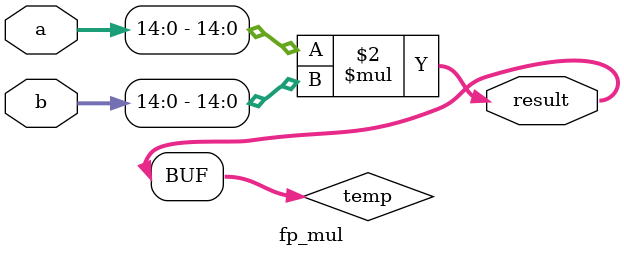
<source format=v>
`timescale 1ns / 1ps

module fp_mul #(parameter Q = 8,parameter N = 16)
	(
	 input [N-1:0]	a,
	 input [N-1:0]	b,
	 output [2*N-1:0] result
	 );
	 
    reg [2*N-1:0] temp;  // Store full 64-bit multiplication
    assign result = temp;  // Directly assign full result

    always @(a, b) begin
        temp <= a[N-2:0] * b[N-2:0]; // Multiply full
    end

endmodule


</source>
